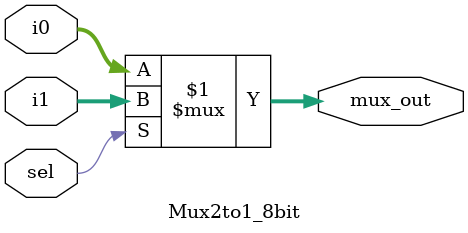
<source format=v>
module Mux2to1_8bit(i0,i1,sel,mux_out);

input [7:0]i0,i1;
input sel;
output [7:0]mux_out;

assign mux_out = sel? i1 : i0;

endmodule 
</source>
